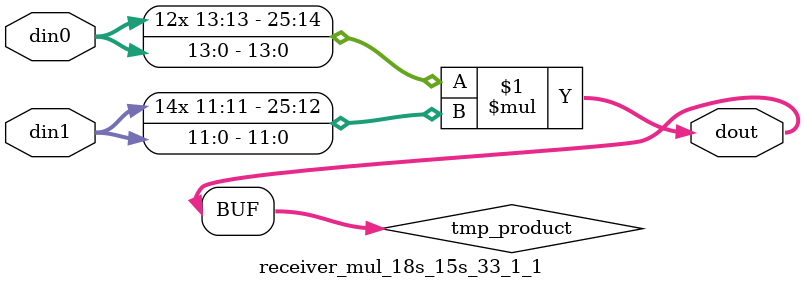
<source format=v>

`timescale 1 ns / 1 ps

  module receiver_mul_18s_15s_33_1_1(din0, din1, dout);
parameter ID = 1;
parameter NUM_STAGE = 0;
parameter din0_WIDTH = 14;
parameter din1_WIDTH = 12;
parameter dout_WIDTH = 26;

input [din0_WIDTH - 1 : 0] din0; 
input [din1_WIDTH - 1 : 0] din1; 
output [dout_WIDTH - 1 : 0] dout;

wire signed [dout_WIDTH - 1 : 0] tmp_product;













assign tmp_product = $signed(din0) * $signed(din1);








assign dout = tmp_product;







endmodule

</source>
